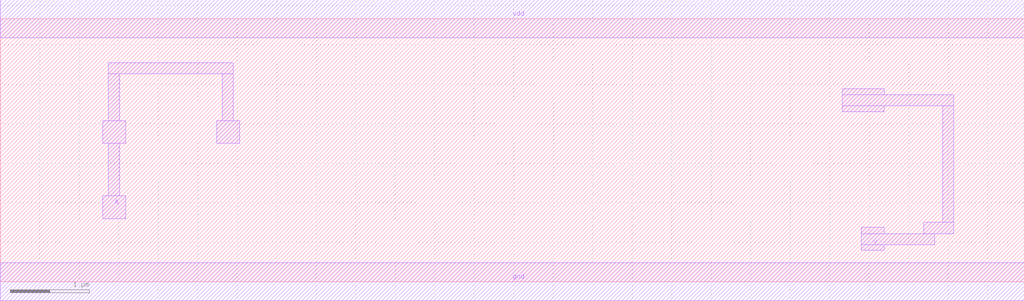
<source format=lef>
VERSION 5.7 ;
  NOWIREEXTENSIONATPIN ON ;
  DIVIDERCHAR "/" ;
  BUSBITCHARS "[]" ;
MACRO CLKBUF1
  CLASS CORE ;
  FOREIGN CLKBUF1 ;
  ORIGIN 0.000 0.000 ;
  SIZE 12.960 BY 3.330 ;
  SYMMETRY X Y R90 ;
  SITE unithd ;
  PIN vdd
    DIRECTION INOUT ;
    USE POWER ;
    SHAPE ABUTMENT ;
    PORT
      LAYER met1 ;
        RECT 0.000 3.090 12.960 3.570 ;
    END
  END vdd
  PIN gnd
    DIRECTION INOUT ;
    USE GROUND ;
    SHAPE ABUTMENT ;
    PORT
      LAYER met1 ;
        RECT 0.000 -0.240 12.960 0.240 ;
    END
  END gnd
  PIN Y
    DIRECTION INOUT ;
    USE SIGNAL ;
    SHAPE ABUTMENT ;
    PORT
      LAYER met1 ;
        RECT 10.660 2.370 11.190 2.440 ;
        RECT 10.660 2.230 12.070 2.370 ;
        RECT 10.660 2.150 11.190 2.230 ;
        RECT 11.930 0.750 12.070 2.230 ;
        RECT 10.900 0.610 11.190 0.690 ;
        RECT 11.690 0.610 12.070 0.750 ;
        RECT 10.900 0.470 11.830 0.610 ;
        RECT 10.900 0.400 11.190 0.470 ;
    END
  END Y
  PIN A
    DIRECTION INOUT ;
    USE SIGNAL ;
    SHAPE ABUTMENT ;
    PORT
      LAYER met1 ;
        RECT 1.370 2.630 2.950 2.770 ;
        RECT 1.370 2.040 1.510 2.630 ;
        RECT 2.810 2.040 2.950 2.630 ;
        RECT 1.300 1.750 1.590 2.040 ;
        RECT 2.740 1.750 3.030 2.040 ;
        RECT 1.370 1.090 1.510 1.750 ;
        RECT 1.300 0.800 1.590 1.090 ;
    END
  END A
END CLKBUF1
END LIBRARY


</source>
